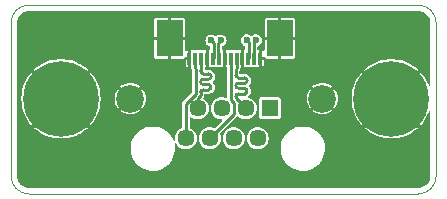
<source format=gbr>
G04 #@! TF.GenerationSoftware,KiCad,Pcbnew,7.0.2-0*
G04 #@! TF.CreationDate,2023-08-07T23:17:52+03:00*
G04 #@! TF.ProjectId,RJ45_Module,524a3435-5f4d-46f6-9475-6c652e6b6963,1.0*
G04 #@! TF.SameCoordinates,Original*
G04 #@! TF.FileFunction,Copper,L4,Bot*
G04 #@! TF.FilePolarity,Positive*
%FSLAX46Y46*%
G04 Gerber Fmt 4.6, Leading zero omitted, Abs format (unit mm)*
G04 Created by KiCad (PCBNEW 7.0.2-0) date 2023-08-07 23:17:52*
%MOMM*%
%LPD*%
G01*
G04 APERTURE LIST*
G04 #@! TA.AperFunction,ComponentPad*
%ADD10R,1.446000X1.446000*%
G04 #@! TD*
G04 #@! TA.AperFunction,ComponentPad*
%ADD11C,1.446000*%
G04 #@! TD*
G04 #@! TA.AperFunction,ComponentPad*
%ADD12C,2.355000*%
G04 #@! TD*
G04 #@! TA.AperFunction,SMDPad,CuDef*
%ADD13R,2.300000X3.100000*%
G04 #@! TD*
G04 #@! TA.AperFunction,SMDPad,CuDef*
%ADD14R,0.300000X1.100000*%
G04 #@! TD*
G04 #@! TA.AperFunction,ComponentPad*
%ADD15C,0.800000*%
G04 #@! TD*
G04 #@! TA.AperFunction,ComponentPad*
%ADD16C,6.400000*%
G04 #@! TD*
G04 #@! TA.AperFunction,ViaPad*
%ADD17C,0.600000*%
G04 #@! TD*
G04 #@! TA.AperFunction,Conductor*
%ADD18C,0.228600*%
G04 #@! TD*
G04 #@! TA.AperFunction,Profile*
%ADD19C,0.050000*%
G04 #@! TD*
G04 APERTURE END LIST*
D10*
X212623600Y-84531200D03*
D11*
X211603600Y-87071200D03*
X210593600Y-84531200D03*
X209573600Y-87071200D03*
X208563600Y-84531200D03*
X207543600Y-87071200D03*
X206533600Y-84531200D03*
X205513600Y-87071200D03*
D12*
X200813600Y-83721200D03*
X217073600Y-83721200D03*
D13*
X204142355Y-78630000D03*
X213482355Y-78630000D03*
D14*
X211812355Y-80330000D03*
X211312355Y-80330000D03*
X210812355Y-80330000D03*
X210312355Y-80330000D03*
X209812355Y-80330000D03*
X209312355Y-80330000D03*
X208812355Y-80330000D03*
X208312355Y-80330000D03*
X207812355Y-80330000D03*
X207312355Y-80330000D03*
X206812355Y-80330000D03*
X206312355Y-80330000D03*
X205812355Y-80330000D03*
D15*
X220505000Y-83730000D03*
X221207944Y-85427056D03*
X221207944Y-82032944D03*
X222905000Y-86130000D03*
D16*
X222905000Y-83730000D03*
D15*
X225305000Y-83730000D03*
X224602056Y-82032944D03*
X224602056Y-85427056D03*
X222905000Y-81330000D03*
X194942000Y-81330000D03*
X196639056Y-85427056D03*
X196639056Y-82032944D03*
X197342000Y-83730000D03*
D16*
X194942000Y-83730000D03*
D15*
X194942000Y-86130000D03*
X193244944Y-82032944D03*
X193244944Y-85427056D03*
X192542000Y-83730000D03*
D17*
X206545000Y-85930000D03*
X210555000Y-85950000D03*
X209873956Y-78781118D03*
X211956142Y-78158858D03*
X206873953Y-78799958D03*
X209250265Y-78772087D03*
X207673455Y-78800155D03*
X208451255Y-78800155D03*
X211451255Y-78778772D03*
X210673455Y-78778772D03*
D18*
X206990555Y-82974955D02*
G75*
G03*
X206765555Y-83200000I45J-225045D01*
G01*
X206765600Y-82300000D02*
G75*
G03*
X206990555Y-82525000I225000J0D01*
G01*
X207432252Y-81625000D02*
X206990555Y-81625000D01*
X207432252Y-82074952D02*
G75*
G03*
X207657252Y-81850000I48J224952D01*
G01*
X206533600Y-83660215D02*
X206765555Y-83428260D01*
X207432249Y-82975049D02*
G75*
G03*
X207657249Y-82750000I-49J225049D01*
G01*
X206990555Y-82074955D02*
G75*
G03*
X206765555Y-82300000I45J-225045D01*
G01*
X207657200Y-82750000D02*
G75*
G03*
X207432249Y-82525000I-225000J0D01*
G01*
X206765600Y-81400000D02*
G75*
G03*
X206990555Y-81625000I225000J0D01*
G01*
X206533600Y-84531200D02*
X206533600Y-83660215D01*
X207657300Y-81850000D02*
G75*
G03*
X207432252Y-81625000I-225000J0D01*
G01*
X206765555Y-83428260D02*
X206765555Y-83200000D01*
X207432249Y-82525000D02*
X206990555Y-82525000D01*
X206990555Y-82975000D02*
X207432249Y-82975000D01*
X206990555Y-82075000D02*
X207432252Y-82075000D01*
X206765555Y-81400000D02*
X206765555Y-81201801D01*
X206812355Y-81155001D02*
X206812355Y-80330000D01*
X206765555Y-81201801D02*
X206812355Y-81155001D01*
X206312355Y-80330000D02*
X206312355Y-81155001D01*
X206312355Y-81155001D02*
X206359155Y-81201801D01*
X206359155Y-81201801D02*
X206359155Y-83295845D01*
X205513600Y-84141400D02*
X205513600Y-87071200D01*
X206359155Y-83295845D02*
X205513600Y-84141400D01*
X208312355Y-80330000D02*
X208265556Y-80283201D01*
X207859154Y-80283201D02*
X207859154Y-78985854D01*
X208265556Y-78985854D02*
X208451255Y-78800155D01*
X207859154Y-78985854D02*
X207673455Y-78800155D01*
X208265556Y-80283201D02*
X208265556Y-78985854D01*
X208312355Y-80330000D02*
X208265557Y-80283202D01*
X207812355Y-80330000D02*
X207859154Y-80283201D01*
X210859154Y-80283201D02*
X210859154Y-78964471D01*
X210859154Y-78964471D02*
X210673455Y-78778772D01*
X211265556Y-80283201D02*
X211265556Y-78964471D01*
X211312355Y-80330000D02*
X211265556Y-80283201D01*
X211265556Y-78964471D02*
X211451255Y-78778772D01*
X210812355Y-80330000D02*
X210859154Y-80283201D01*
X210485021Y-82405021D02*
G75*
G03*
X210710021Y-82180000I-21J225021D01*
G01*
X209965155Y-82404955D02*
G75*
G03*
X209740155Y-82630000I45J-225045D01*
G01*
X209740200Y-81730000D02*
G75*
G03*
X209965155Y-81955000I225000J0D01*
G01*
X209740155Y-83530000D02*
X209740155Y-83677755D01*
X209740200Y-82630000D02*
G75*
G03*
X209965155Y-82855000I225000J0D01*
G01*
X210710000Y-82180000D02*
G75*
G03*
X210485021Y-81955000I-225000J0D01*
G01*
X209965155Y-81955000D02*
X210485021Y-81955000D01*
X209965155Y-83304955D02*
G75*
G03*
X209740155Y-83530000I45J-225045D01*
G01*
X209740155Y-81227201D02*
X209740155Y-81730000D01*
X210710000Y-83080000D02*
G75*
G03*
X210484997Y-82855000I-225000J0D01*
G01*
X210484997Y-83304997D02*
G75*
G03*
X210709997Y-83080000I3J224997D01*
G01*
X209812355Y-81155001D02*
X209740155Y-81227201D01*
X209812355Y-80330000D02*
X209812355Y-81155001D01*
X210485021Y-82405000D02*
X209965155Y-82405000D01*
X209965155Y-82855000D02*
X210484997Y-82855000D01*
X210484997Y-83305000D02*
X209965155Y-83305000D01*
X209740155Y-83677755D02*
X210593600Y-84531200D01*
X207543600Y-87071200D02*
X209575000Y-85039800D01*
X209312355Y-81155001D02*
X209312355Y-80330000D01*
X209359155Y-83854155D02*
X209359155Y-81201801D01*
X209359155Y-81201801D02*
X209312355Y-81155001D01*
X209575000Y-84070000D02*
X209359155Y-83854155D01*
X209575000Y-85039800D02*
X209575000Y-84070000D01*
G04 #@! TA.AperFunction,Conductor*
G36*
X193807130Y-84864870D02*
G01*
X193903999Y-84947604D01*
X193487349Y-85364254D01*
X193480439Y-85329511D01*
X193425184Y-85246816D01*
X193342489Y-85191561D01*
X193307743Y-85184649D01*
X193724394Y-84767998D01*
X193807130Y-84864870D01*
G37*
G04 #@! TD.AperFunction*
G04 #@! TA.AperFunction,Conductor*
G36*
X196576254Y-85184649D02*
G01*
X196541511Y-85191561D01*
X196458816Y-85246816D01*
X196403561Y-85329511D01*
X196396650Y-85364254D01*
X195980000Y-84947604D01*
X196076870Y-84864870D01*
X196159604Y-84767999D01*
X196576254Y-85184649D01*
G37*
G04 #@! TD.AperFunction*
G04 #@! TA.AperFunction,Conductor*
G36*
X193904000Y-82512395D02*
G01*
X193807130Y-82595130D01*
X193724395Y-82692000D01*
X193307744Y-82275350D01*
X193342489Y-82268439D01*
X193425184Y-82213184D01*
X193480439Y-82130489D01*
X193487350Y-82095744D01*
X193904000Y-82512395D01*
G37*
G04 #@! TD.AperFunction*
G04 #@! TA.AperFunction,Conductor*
G36*
X196403561Y-82130489D02*
G01*
X196458816Y-82213184D01*
X196541511Y-82268439D01*
X196576253Y-82275349D01*
X196159603Y-82691999D01*
X196076870Y-82595130D01*
X195979999Y-82512395D01*
X196396649Y-82095744D01*
X196403561Y-82130489D01*
G37*
G04 #@! TD.AperFunction*
G04 #@! TA.AperFunction,Conductor*
G36*
X225191269Y-76296786D02*
G01*
X225359177Y-76311475D01*
X225372078Y-76313750D01*
X225531712Y-76356524D01*
X225544017Y-76361004D01*
X225676250Y-76422665D01*
X225693786Y-76430842D01*
X225705138Y-76437396D01*
X225840505Y-76532181D01*
X225850546Y-76540607D01*
X225967392Y-76657453D01*
X225975818Y-76667494D01*
X226070603Y-76802861D01*
X226077157Y-76814213D01*
X226146993Y-76963976D01*
X226151477Y-76976294D01*
X226194248Y-77135917D01*
X226196524Y-77148826D01*
X226211213Y-77316729D01*
X226211499Y-77323283D01*
X226211499Y-82579622D01*
X226193906Y-82627960D01*
X226149357Y-82653680D01*
X226098699Y-82644747D01*
X226066440Y-82607456D01*
X225952783Y-82322199D01*
X225951065Y-82318485D01*
X225782700Y-82000916D01*
X225780604Y-81997434D01*
X225578883Y-81699916D01*
X225576427Y-81696686D01*
X225365840Y-81448763D01*
X224844461Y-81970141D01*
X224837551Y-81935399D01*
X224782296Y-81852704D01*
X224699601Y-81797449D01*
X224664856Y-81790537D01*
X225184138Y-81271256D01*
X225184137Y-81271254D01*
X225079977Y-81172587D01*
X225076858Y-81169937D01*
X224790717Y-80952419D01*
X224787337Y-80950127D01*
X224479333Y-80764807D01*
X224475761Y-80762913D01*
X224149522Y-80611979D01*
X224145742Y-80610473D01*
X223805099Y-80495697D01*
X223801198Y-80494614D01*
X223450148Y-80417342D01*
X223446123Y-80416683D01*
X223088796Y-80377821D01*
X223084717Y-80377600D01*
X222725283Y-80377600D01*
X222721203Y-80377821D01*
X222363876Y-80416683D01*
X222359851Y-80417342D01*
X222008801Y-80494614D01*
X222004900Y-80495697D01*
X221664257Y-80610473D01*
X221660477Y-80611979D01*
X221334238Y-80762913D01*
X221330666Y-80764807D01*
X221022662Y-80950127D01*
X221019282Y-80952419D01*
X220733141Y-81169937D01*
X220730032Y-81172578D01*
X220625861Y-81271255D01*
X220625860Y-81271255D01*
X221145142Y-81790537D01*
X221110399Y-81797449D01*
X221027704Y-81852704D01*
X220972449Y-81935399D01*
X220965537Y-81970143D01*
X220444157Y-81448763D01*
X220233572Y-81696686D01*
X220231116Y-81699916D01*
X220029395Y-81997434D01*
X220027299Y-82000916D01*
X219858934Y-82318485D01*
X219857216Y-82322199D01*
X219724175Y-82656106D01*
X219722875Y-82659964D01*
X219626715Y-83006301D01*
X219625836Y-83010299D01*
X219567688Y-83364987D01*
X219567246Y-83369048D01*
X219547786Y-83727971D01*
X219547786Y-83732028D01*
X219567246Y-84090951D01*
X219567688Y-84095012D01*
X219625836Y-84449700D01*
X219626715Y-84453698D01*
X219722875Y-84800035D01*
X219724175Y-84803893D01*
X219857216Y-85137800D01*
X219858934Y-85141514D01*
X220027299Y-85459083D01*
X220029395Y-85462565D01*
X220231116Y-85760083D01*
X220233572Y-85763313D01*
X220444158Y-86011235D01*
X220965537Y-85489855D01*
X220972449Y-85524601D01*
X221027704Y-85607296D01*
X221110399Y-85662551D01*
X221145141Y-85669461D01*
X220625860Y-86188743D01*
X220625861Y-86188744D01*
X220730022Y-86287412D01*
X220733141Y-86290062D01*
X221019282Y-86507580D01*
X221022662Y-86509872D01*
X221330666Y-86695192D01*
X221334238Y-86697086D01*
X221660477Y-86848020D01*
X221664257Y-86849526D01*
X222004900Y-86964302D01*
X222008801Y-86965385D01*
X222359851Y-87042657D01*
X222363876Y-87043316D01*
X222721203Y-87082178D01*
X222725283Y-87082400D01*
X223084717Y-87082400D01*
X223088796Y-87082178D01*
X223446123Y-87043316D01*
X223450148Y-87042657D01*
X223801198Y-86965385D01*
X223805099Y-86964302D01*
X224145742Y-86849526D01*
X224149522Y-86848020D01*
X224475761Y-86697086D01*
X224479333Y-86695192D01*
X224787337Y-86509872D01*
X224790717Y-86507580D01*
X225076859Y-86290061D01*
X225079967Y-86287421D01*
X225184137Y-86188743D01*
X225184138Y-86188742D01*
X224664857Y-85669461D01*
X224699601Y-85662551D01*
X224782296Y-85607296D01*
X224837551Y-85524601D01*
X224844462Y-85489857D01*
X225365840Y-86011235D01*
X225365841Y-86011235D01*
X225576427Y-85763312D01*
X225578883Y-85760083D01*
X225780604Y-85462565D01*
X225782700Y-85459083D01*
X225951065Y-85141514D01*
X225952783Y-85137800D01*
X226066439Y-84852544D01*
X226100674Y-84814151D01*
X226151578Y-84806747D01*
X226195333Y-84833795D01*
X226211498Y-84880378D01*
X226211498Y-90237235D01*
X226211500Y-90237258D01*
X226211500Y-90268715D01*
X226211214Y-90275269D01*
X226196524Y-90443173D01*
X226194248Y-90456082D01*
X226151477Y-90615705D01*
X226146993Y-90628023D01*
X226077157Y-90777786D01*
X226070603Y-90789138D01*
X225975818Y-90924505D01*
X225967392Y-90934546D01*
X225850546Y-91051392D01*
X225840505Y-91059818D01*
X225705138Y-91154603D01*
X225693786Y-91161157D01*
X225544023Y-91230993D01*
X225531705Y-91235477D01*
X225372082Y-91278248D01*
X225359173Y-91280524D01*
X225191269Y-91295214D01*
X225184715Y-91295500D01*
X192236285Y-91295500D01*
X192229731Y-91295214D01*
X192061826Y-91280524D01*
X192048917Y-91278248D01*
X191889294Y-91235477D01*
X191876976Y-91230993D01*
X191727213Y-91161157D01*
X191715861Y-91154603D01*
X191580494Y-91059818D01*
X191570453Y-91051392D01*
X191453607Y-90934546D01*
X191445181Y-90924505D01*
X191350396Y-90789138D01*
X191343842Y-90777786D01*
X191337591Y-90764381D01*
X191274004Y-90628017D01*
X191269524Y-90615712D01*
X191226750Y-90456078D01*
X191224475Y-90443173D01*
X191209786Y-90275269D01*
X191209500Y-90268715D01*
X191209500Y-90206107D01*
X191209500Y-88029880D01*
X200844337Y-88029880D01*
X200874363Y-88302770D01*
X200943804Y-88568384D01*
X201051177Y-88821052D01*
X201194196Y-89055398D01*
X201369806Y-89266416D01*
X201574274Y-89449621D01*
X201574276Y-89449622D01*
X201574277Y-89449623D01*
X201803241Y-89601104D01*
X202051821Y-89717633D01*
X202314719Y-89796727D01*
X202586331Y-89836700D01*
X202586333Y-89836700D01*
X202790760Y-89836700D01*
X202792147Y-89836700D01*
X202868481Y-89831112D01*
X202997401Y-89821678D01*
X203023730Y-89815812D01*
X203265375Y-89761984D01*
X203521798Y-89663911D01*
X203761209Y-89529547D01*
X203978504Y-89361757D01*
X204169054Y-89164116D01*
X204328796Y-88940837D01*
X204454327Y-88696679D01*
X204542970Y-88436846D01*
X204592836Y-88166874D01*
X204597842Y-88029880D01*
X213544337Y-88029880D01*
X213574363Y-88302770D01*
X213643804Y-88568384D01*
X213751177Y-88821052D01*
X213894196Y-89055398D01*
X214069806Y-89266416D01*
X214274274Y-89449621D01*
X214274276Y-89449622D01*
X214274277Y-89449623D01*
X214503241Y-89601104D01*
X214751821Y-89717633D01*
X215014719Y-89796727D01*
X215286331Y-89836700D01*
X215286333Y-89836700D01*
X215490760Y-89836700D01*
X215492147Y-89836700D01*
X215568481Y-89831112D01*
X215697401Y-89821678D01*
X215723730Y-89815812D01*
X215965375Y-89761984D01*
X216221798Y-89663911D01*
X216461209Y-89529547D01*
X216678504Y-89361757D01*
X216869054Y-89164116D01*
X217028796Y-88940837D01*
X217154327Y-88696679D01*
X217242970Y-88436846D01*
X217292836Y-88166874D01*
X217302862Y-87892520D01*
X217272836Y-87619629D01*
X217203396Y-87354018D01*
X217096023Y-87101348D01*
X216953005Y-86867004D01*
X216938460Y-86849526D01*
X216777393Y-86655983D01*
X216572925Y-86472778D01*
X216343958Y-86321295D01*
X216095380Y-86204767D01*
X215911835Y-86149547D01*
X215832481Y-86125673D01*
X215560869Y-86085700D01*
X215355053Y-86085700D01*
X215353681Y-86085800D01*
X215353664Y-86085801D01*
X215149798Y-86100721D01*
X214881824Y-86160416D01*
X214625400Y-86258489D01*
X214385993Y-86392851D01*
X214168694Y-86560644D01*
X213978145Y-86758284D01*
X213818403Y-86981563D01*
X213692873Y-87225719D01*
X213604230Y-87485554D01*
X213554364Y-87755523D01*
X213544337Y-88029880D01*
X204597842Y-88029880D01*
X204602862Y-87892520D01*
X204572836Y-87619629D01*
X204558959Y-87566549D01*
X204563754Y-87515334D01*
X204600348Y-87479183D01*
X204651619Y-87475011D01*
X204693576Y-87504772D01*
X204696839Y-87509929D01*
X204759754Y-87618901D01*
X204890101Y-87763666D01*
X205047697Y-87878167D01*
X205225656Y-87957399D01*
X205416200Y-87997900D01*
X205416201Y-87997900D01*
X205610999Y-87997900D01*
X205611000Y-87997900D01*
X205801544Y-87957399D01*
X205979503Y-87878167D01*
X206137099Y-87763666D01*
X206267446Y-87618901D01*
X206364846Y-87450199D01*
X206422589Y-87272487D01*
X206425043Y-87264934D01*
X206429164Y-87225721D01*
X206445405Y-87071200D01*
X206445405Y-87071199D01*
X206611795Y-87071199D01*
X206632156Y-87264934D01*
X206692353Y-87450197D01*
X206692354Y-87450199D01*
X206789754Y-87618901D01*
X206920101Y-87763666D01*
X207077697Y-87878167D01*
X207255656Y-87957399D01*
X207446200Y-87997900D01*
X207446201Y-87997900D01*
X207640999Y-87997900D01*
X207641000Y-87997900D01*
X207831544Y-87957399D01*
X208009503Y-87878167D01*
X208167099Y-87763666D01*
X208297446Y-87618901D01*
X208394846Y-87450199D01*
X208452589Y-87272487D01*
X208455043Y-87264934D01*
X208459164Y-87225721D01*
X208475405Y-87071200D01*
X208641795Y-87071200D01*
X208662156Y-87264934D01*
X208722353Y-87450197D01*
X208722354Y-87450199D01*
X208819754Y-87618901D01*
X208950101Y-87763666D01*
X209107697Y-87878167D01*
X209285656Y-87957399D01*
X209476200Y-87997900D01*
X209476201Y-87997900D01*
X209670999Y-87997900D01*
X209671000Y-87997900D01*
X209861544Y-87957399D01*
X210039503Y-87878167D01*
X210197099Y-87763666D01*
X210327446Y-87618901D01*
X210424846Y-87450199D01*
X210482589Y-87272487D01*
X210485043Y-87264934D01*
X210489164Y-87225721D01*
X210505405Y-87071200D01*
X210671795Y-87071200D01*
X210692156Y-87264934D01*
X210752353Y-87450197D01*
X210752354Y-87450199D01*
X210849754Y-87618901D01*
X210980101Y-87763666D01*
X211137697Y-87878167D01*
X211315656Y-87957399D01*
X211506200Y-87997900D01*
X211506201Y-87997900D01*
X211700999Y-87997900D01*
X211701000Y-87997900D01*
X211891544Y-87957399D01*
X212069503Y-87878167D01*
X212227099Y-87763666D01*
X212357446Y-87618901D01*
X212454846Y-87450199D01*
X212512589Y-87272487D01*
X212515043Y-87264934D01*
X212519164Y-87225721D01*
X212535405Y-87071200D01*
X212515043Y-86877467D01*
X212515043Y-86877465D01*
X212454846Y-86692202D01*
X212454846Y-86692201D01*
X212357446Y-86523499D01*
X212227099Y-86378734D01*
X212132826Y-86310240D01*
X212069502Y-86264232D01*
X211891544Y-86185001D01*
X211879829Y-86182511D01*
X211701000Y-86144500D01*
X211506200Y-86144500D01*
X211410927Y-86164750D01*
X211315655Y-86185001D01*
X211137698Y-86264232D01*
X210980099Y-86378735D01*
X210849754Y-86523498D01*
X210752353Y-86692202D01*
X210692156Y-86877465D01*
X210671795Y-87071200D01*
X210505405Y-87071200D01*
X210485043Y-86877467D01*
X210485043Y-86877465D01*
X210424846Y-86692202D01*
X210424846Y-86692201D01*
X210327446Y-86523499D01*
X210197099Y-86378734D01*
X210102826Y-86310240D01*
X210039502Y-86264232D01*
X209861544Y-86185001D01*
X209849829Y-86182511D01*
X209671000Y-86144500D01*
X209476200Y-86144500D01*
X209380928Y-86164750D01*
X209285655Y-86185001D01*
X209107698Y-86264232D01*
X208950099Y-86378735D01*
X208819754Y-86523498D01*
X208722353Y-86692202D01*
X208662156Y-86877465D01*
X208641795Y-87071200D01*
X208475405Y-87071200D01*
X208455043Y-86877467D01*
X208455043Y-86877465D01*
X208403562Y-86719023D01*
X208405357Y-86667615D01*
X208421905Y-86642613D01*
X209787718Y-85276799D01*
X209792531Y-85272388D01*
X209822360Y-85247360D01*
X209836663Y-85222584D01*
X209876067Y-85189519D01*
X209927506Y-85189517D01*
X209957673Y-85209864D01*
X209970099Y-85223664D01*
X209970101Y-85223666D01*
X210127697Y-85338167D01*
X210305656Y-85417399D01*
X210496200Y-85457900D01*
X210496201Y-85457900D01*
X210690999Y-85457900D01*
X210691000Y-85457900D01*
X210881544Y-85417399D01*
X211059503Y-85338167D01*
X211147457Y-85274264D01*
X211696900Y-85274264D01*
X211708718Y-85333679D01*
X211708719Y-85333680D01*
X211753740Y-85401060D01*
X211821120Y-85446081D01*
X211880536Y-85457900D01*
X213366664Y-85457900D01*
X213426080Y-85446081D01*
X213493460Y-85401060D01*
X213538481Y-85333680D01*
X213550300Y-85274264D01*
X213550300Y-83788136D01*
X213538481Y-83728720D01*
X213533456Y-83721200D01*
X215738620Y-83721200D01*
X215758901Y-83953015D01*
X215819130Y-84177793D01*
X215917472Y-84388690D01*
X216044742Y-84570450D01*
X216044743Y-84570451D01*
X216434940Y-84180253D01*
X216455979Y-84213736D01*
X216581064Y-84338821D01*
X216614544Y-84359858D01*
X216224347Y-84750055D01*
X216224348Y-84750056D01*
X216406109Y-84877327D01*
X216617006Y-84975669D01*
X216841784Y-85035898D01*
X217073600Y-85056179D01*
X217305415Y-85035898D01*
X217530193Y-84975669D01*
X217741089Y-84877327D01*
X217922850Y-84750056D01*
X217922851Y-84750055D01*
X217532654Y-84359858D01*
X217566136Y-84338821D01*
X217691221Y-84213736D01*
X217712258Y-84180254D01*
X218102455Y-84570451D01*
X218102456Y-84570450D01*
X218229727Y-84388689D01*
X218328069Y-84177793D01*
X218388298Y-83953015D01*
X218408579Y-83721199D01*
X218388298Y-83489384D01*
X218328069Y-83264606D01*
X218229727Y-83053709D01*
X218102456Y-82871948D01*
X218102455Y-82871947D01*
X217712258Y-83262144D01*
X217691221Y-83228664D01*
X217566136Y-83103579D01*
X217532654Y-83082540D01*
X217922851Y-82692343D01*
X217922850Y-82692342D01*
X217741090Y-82565072D01*
X217530193Y-82466730D01*
X217305415Y-82406501D01*
X217073599Y-82386220D01*
X216841784Y-82406501D01*
X216617006Y-82466730D01*
X216406110Y-82565072D01*
X216224348Y-82692342D01*
X216224347Y-82692343D01*
X216614545Y-83082541D01*
X216581064Y-83103579D01*
X216455979Y-83228664D01*
X216434941Y-83262145D01*
X216044743Y-82871947D01*
X216044742Y-82871948D01*
X215917472Y-83053710D01*
X215819130Y-83264606D01*
X215758901Y-83489384D01*
X215738620Y-83721200D01*
X213533456Y-83721200D01*
X213493460Y-83661340D01*
X213426080Y-83616319D01*
X213426079Y-83616318D01*
X213366664Y-83604500D01*
X211880536Y-83604500D01*
X211821120Y-83616318D01*
X211753740Y-83661340D01*
X211708718Y-83728720D01*
X211696900Y-83788135D01*
X211696900Y-85274264D01*
X211147457Y-85274264D01*
X211217099Y-85223666D01*
X211347446Y-85078901D01*
X211444846Y-84910199D01*
X211496880Y-84750056D01*
X211505043Y-84724934D01*
X211510463Y-84673365D01*
X211525405Y-84531200D01*
X211508579Y-84371115D01*
X211505043Y-84337465D01*
X211444846Y-84152202D01*
X211444846Y-84152201D01*
X211347446Y-83983499D01*
X211217099Y-83838734D01*
X211067441Y-83730000D01*
X211059502Y-83724232D01*
X210965369Y-83682322D01*
X210881544Y-83645001D01*
X210852391Y-83638804D01*
X210808769Y-83611545D01*
X210792874Y-83562623D01*
X210812144Y-83514929D01*
X210821132Y-83506462D01*
X210871384Y-83466389D01*
X210947677Y-83370722D01*
X211000768Y-83260477D01*
X211027997Y-83141182D01*
X211027997Y-83111151D01*
X211028000Y-83111142D01*
X211028000Y-83018820D01*
X211028000Y-83018818D01*
X211000771Y-82899522D01*
X210947679Y-82789276D01*
X210871386Y-82693609D01*
X210871384Y-82693608D01*
X210871384Y-82693607D01*
X210865362Y-82688805D01*
X210838539Y-82644912D01*
X210846205Y-82594047D01*
X210865361Y-82571218D01*
X210871421Y-82566385D01*
X210947708Y-82470717D01*
X211000795Y-82360473D01*
X211028021Y-82241180D01*
X211028021Y-82180000D01*
X211028021Y-82129634D01*
X211028021Y-82118910D01*
X211008400Y-82032944D01*
X211000775Y-81999534D01*
X210947690Y-81889294D01*
X210871407Y-81793629D01*
X210871405Y-81793627D01*
X210871404Y-81793626D01*
X210775753Y-81717339D01*
X210739580Y-81699916D01*
X210665514Y-81664241D01*
X210546228Y-81637005D01*
X210546227Y-81637005D01*
X210519075Y-81637002D01*
X210519045Y-81637000D01*
X210512844Y-81637000D01*
X210485051Y-81637000D01*
X210434684Y-81636995D01*
X210434683Y-81636995D01*
X210422502Y-81636994D01*
X210422466Y-81637000D01*
X210133355Y-81637000D01*
X210085017Y-81619407D01*
X210059297Y-81574858D01*
X210058155Y-81561800D01*
X210058155Y-81385412D01*
X210068228Y-81347815D01*
X210079178Y-81328848D01*
X210082674Y-81323361D01*
X210105007Y-81291467D01*
X210106124Y-81287299D01*
X210113636Y-81269166D01*
X210115787Y-81265441D01*
X210122543Y-81227117D01*
X210123959Y-81220729D01*
X210134032Y-81183144D01*
X210130641Y-81144383D01*
X210130355Y-81137829D01*
X210130355Y-81107600D01*
X210147948Y-81059262D01*
X210172899Y-81044856D01*
X210185355Y-81032400D01*
X210185355Y-79627600D01*
X210147343Y-79627600D01*
X210142118Y-79628639D01*
X210091277Y-79620811D01*
X210085673Y-79617410D01*
X210041834Y-79588118D01*
X209982419Y-79576300D01*
X209642291Y-79576300D01*
X209577026Y-79589282D01*
X209547684Y-79589282D01*
X209482419Y-79576300D01*
X209142291Y-79576300D01*
X209082874Y-79588118D01*
X209039036Y-79617410D01*
X208989070Y-79629636D01*
X208982590Y-79628639D01*
X208977366Y-79627600D01*
X208939355Y-79627600D01*
X208939355Y-81032401D01*
X208950912Y-81043958D01*
X208967493Y-81049993D01*
X208993213Y-81094542D01*
X208994355Y-81107600D01*
X208994355Y-81137830D01*
X208994069Y-81144383D01*
X208990678Y-81183144D01*
X209000749Y-81220731D01*
X209002168Y-81227134D01*
X209008922Y-81265439D01*
X209008922Y-81265440D01*
X209008923Y-81265441D01*
X209011073Y-81269166D01*
X209011076Y-81269170D01*
X209018585Y-81287299D01*
X209019701Y-81291466D01*
X209027554Y-81302680D01*
X209041155Y-81345814D01*
X209041155Y-83613623D01*
X209023562Y-83661961D01*
X208979013Y-83687681D01*
X208935369Y-83682322D01*
X208851545Y-83645001D01*
X208748036Y-83623000D01*
X208661000Y-83604500D01*
X208466200Y-83604500D01*
X208379164Y-83623000D01*
X208275655Y-83645001D01*
X208097698Y-83724232D01*
X207940099Y-83838735D01*
X207809754Y-83983498D01*
X207712353Y-84152202D01*
X207652156Y-84337465D01*
X207631795Y-84531200D01*
X207652156Y-84724934D01*
X207712353Y-84910197D01*
X207809754Y-85078901D01*
X207939127Y-85222585D01*
X207940101Y-85223666D01*
X208097697Y-85338167D01*
X208275656Y-85417399D01*
X208466200Y-85457900D01*
X208466201Y-85457900D01*
X208525632Y-85457900D01*
X208573970Y-85475493D01*
X208599690Y-85520042D01*
X208590757Y-85570700D01*
X208578809Y-85586269D01*
X208079379Y-86085700D01*
X207970865Y-86194214D01*
X207924245Y-86215953D01*
X207887105Y-86209738D01*
X207831545Y-86185001D01*
X207736272Y-86164750D01*
X207641000Y-86144500D01*
X207446200Y-86144500D01*
X207350928Y-86164750D01*
X207255655Y-86185001D01*
X207077698Y-86264232D01*
X206920099Y-86378735D01*
X206789754Y-86523498D01*
X206692353Y-86692202D01*
X206632156Y-86877465D01*
X206611795Y-87071199D01*
X206445405Y-87071199D01*
X206425043Y-86877467D01*
X206425043Y-86877465D01*
X206364846Y-86692202D01*
X206364846Y-86692201D01*
X206267446Y-86523499D01*
X206137099Y-86378734D01*
X205979503Y-86264233D01*
X205876211Y-86218244D01*
X205839210Y-86182511D01*
X205831599Y-86149550D01*
X205831599Y-85314218D01*
X205849192Y-85265881D01*
X205893741Y-85240161D01*
X205944399Y-85249094D01*
X205950990Y-85253374D01*
X206067697Y-85338167D01*
X206245656Y-85417399D01*
X206436200Y-85457900D01*
X206436201Y-85457900D01*
X206630999Y-85457900D01*
X206631000Y-85457900D01*
X206821544Y-85417399D01*
X206999503Y-85338167D01*
X207157099Y-85223666D01*
X207287446Y-85078901D01*
X207384846Y-84910199D01*
X207436880Y-84750056D01*
X207445043Y-84724934D01*
X207450463Y-84673365D01*
X207465405Y-84531200D01*
X207448915Y-84374316D01*
X207445043Y-84337465D01*
X207384846Y-84152202D01*
X207384846Y-84152201D01*
X207287446Y-83983499D01*
X207157099Y-83838734D01*
X207027768Y-83744769D01*
X206999005Y-83702124D01*
X207004382Y-83650966D01*
X207006845Y-83646334D01*
X207014858Y-83632455D01*
X207032375Y-83602113D01*
X207035874Y-83596620D01*
X207058207Y-83564726D01*
X207059322Y-83560560D01*
X207066836Y-83542425D01*
X207067315Y-83541595D01*
X207068987Y-83538700D01*
X207075743Y-83500376D01*
X207077159Y-83493988D01*
X207087232Y-83456403D01*
X207083841Y-83417642D01*
X207083555Y-83411088D01*
X207083555Y-83368200D01*
X207101148Y-83319862D01*
X207145697Y-83294142D01*
X207158755Y-83293000D01*
X207370055Y-83293000D01*
X207370143Y-83293013D01*
X207381951Y-83293010D01*
X207381952Y-83293011D01*
X207393615Y-83293008D01*
X207401114Y-83293007D01*
X207401248Y-83293055D01*
X207432318Y-83293048D01*
X207432318Y-83293049D01*
X207493497Y-83293036D01*
X207612781Y-83265787D01*
X207723012Y-83212681D01*
X207818665Y-83136381D01*
X207894945Y-83040712D01*
X207948027Y-82930468D01*
X207975250Y-82811178D01*
X207975249Y-82750000D01*
X207975249Y-82699634D01*
X207975249Y-82689037D01*
X207968614Y-82659964D01*
X207947980Y-82569548D01*
X207894903Y-82459315D01*
X207894902Y-82459314D01*
X207894902Y-82459313D01*
X207818630Y-82363651D01*
X207812550Y-82358801D01*
X207785735Y-82314903D01*
X207793410Y-82264039D01*
X207812567Y-82241215D01*
X207818613Y-82236396D01*
X207894918Y-82140731D01*
X207948018Y-82030484D01*
X207975251Y-81911184D01*
X207975251Y-81909126D01*
X207975252Y-81909117D01*
X207975252Y-81881197D01*
X207975300Y-81881062D01*
X207975299Y-81788809D01*
X207948064Y-81669501D01*
X207948064Y-81669500D01*
X207894958Y-81559243D01*
X207818647Y-81463570D01*
X207722958Y-81387280D01*
X207612690Y-81334198D01*
X207522011Y-81313518D01*
X207493371Y-81306987D01*
X207432184Y-81307000D01*
X207198847Y-81307000D01*
X207150509Y-81289407D01*
X207124789Y-81244858D01*
X207126210Y-81212335D01*
X207134032Y-81183144D01*
X207130641Y-81144383D01*
X207130355Y-81137829D01*
X207130355Y-81107600D01*
X207147948Y-81059262D01*
X207172899Y-81044856D01*
X207185355Y-81032400D01*
X207185355Y-79627600D01*
X207147343Y-79627600D01*
X207142118Y-79628639D01*
X207091277Y-79620811D01*
X207085673Y-79617410D01*
X207041834Y-79588118D01*
X206982419Y-79576300D01*
X206642291Y-79576300D01*
X206577026Y-79589282D01*
X206547684Y-79589282D01*
X206482419Y-79576300D01*
X206142291Y-79576300D01*
X206082874Y-79588118D01*
X206039036Y-79617410D01*
X205989070Y-79629636D01*
X205982590Y-79628639D01*
X205977366Y-79627600D01*
X205939355Y-79627600D01*
X205939355Y-81032400D01*
X205950912Y-81043958D01*
X205967493Y-81049993D01*
X205993213Y-81094542D01*
X205994355Y-81107600D01*
X205994355Y-81137830D01*
X205994069Y-81144383D01*
X205990678Y-81183144D01*
X206000749Y-81220731D01*
X206002168Y-81227134D01*
X206008922Y-81265439D01*
X206008922Y-81265440D01*
X206008923Y-81265441D01*
X206011073Y-81269166D01*
X206011076Y-81269170D01*
X206018585Y-81287299D01*
X206019701Y-81291466D01*
X206027555Y-81302682D01*
X206041154Y-81345814D01*
X206041154Y-83132976D01*
X206023561Y-83181314D01*
X206019128Y-83186150D01*
X205300888Y-83904390D01*
X205296054Y-83908820D01*
X205266240Y-83933838D01*
X205246789Y-83967527D01*
X205243267Y-83973055D01*
X205220947Y-84004933D01*
X205219831Y-84009099D01*
X205212325Y-84027223D01*
X205210168Y-84030960D01*
X205203413Y-84069266D01*
X205201994Y-84075667D01*
X205191923Y-84113255D01*
X205195314Y-84152016D01*
X205195600Y-84158569D01*
X205195600Y-86149547D01*
X205178007Y-86197885D01*
X205150989Y-86218244D01*
X205085376Y-86247457D01*
X205047697Y-86264233D01*
X204890099Y-86378735D01*
X204759754Y-86523498D01*
X204662353Y-86692202D01*
X204602156Y-86877465D01*
X204581795Y-87071200D01*
X204594527Y-87192340D01*
X204582082Y-87242252D01*
X204540467Y-87272487D01*
X204489152Y-87268899D01*
X204452150Y-87233165D01*
X204450529Y-87229611D01*
X204434690Y-87192340D01*
X204396023Y-87101348D01*
X204253005Y-86867004D01*
X204238460Y-86849526D01*
X204077393Y-86655983D01*
X203872925Y-86472778D01*
X203643958Y-86321295D01*
X203395380Y-86204767D01*
X203211835Y-86149547D01*
X203132481Y-86125673D01*
X202860869Y-86085700D01*
X202655053Y-86085700D01*
X202653681Y-86085800D01*
X202653664Y-86085801D01*
X202449798Y-86100721D01*
X202181824Y-86160416D01*
X201925400Y-86258489D01*
X201685993Y-86392851D01*
X201468694Y-86560644D01*
X201278145Y-86758284D01*
X201118403Y-86981563D01*
X200992873Y-87225719D01*
X200904230Y-87485554D01*
X200854364Y-87755523D01*
X200844337Y-88029880D01*
X191209500Y-88029880D01*
X191209499Y-83732028D01*
X191584786Y-83732028D01*
X191604246Y-84090951D01*
X191604688Y-84095012D01*
X191662836Y-84449700D01*
X191663715Y-84453698D01*
X191759875Y-84800035D01*
X191761175Y-84803893D01*
X191894216Y-85137800D01*
X191895934Y-85141514D01*
X192064299Y-85459083D01*
X192066395Y-85462565D01*
X192268116Y-85760083D01*
X192270572Y-85763313D01*
X192481158Y-86011235D01*
X193002537Y-85489855D01*
X193009449Y-85524601D01*
X193064704Y-85607296D01*
X193147399Y-85662551D01*
X193182142Y-85669461D01*
X192662861Y-86188743D01*
X192662861Y-86188744D01*
X192767022Y-86287412D01*
X192770141Y-86290062D01*
X193056282Y-86507580D01*
X193059662Y-86509872D01*
X193367666Y-86695192D01*
X193371238Y-86697086D01*
X193697477Y-86848020D01*
X193701257Y-86849526D01*
X194041900Y-86964302D01*
X194045801Y-86965385D01*
X194396851Y-87042657D01*
X194400876Y-87043316D01*
X194758203Y-87082178D01*
X194762283Y-87082400D01*
X195121717Y-87082400D01*
X195125796Y-87082178D01*
X195483123Y-87043316D01*
X195487148Y-87042657D01*
X195838198Y-86965385D01*
X195842099Y-86964302D01*
X196182742Y-86849526D01*
X196186522Y-86848020D01*
X196512761Y-86697086D01*
X196516333Y-86695192D01*
X196824337Y-86509872D01*
X196827717Y-86507580D01*
X197113859Y-86290061D01*
X197116967Y-86287421D01*
X197221137Y-86188743D01*
X197221138Y-86188742D01*
X196701857Y-85669461D01*
X196736601Y-85662551D01*
X196819296Y-85607296D01*
X196874551Y-85524601D01*
X196881462Y-85489857D01*
X197402840Y-86011235D01*
X197402841Y-86011235D01*
X197613427Y-85763312D01*
X197615883Y-85760083D01*
X197817604Y-85462565D01*
X197819700Y-85459083D01*
X197988065Y-85141514D01*
X197989783Y-85137800D01*
X198122824Y-84803893D01*
X198124124Y-84800035D01*
X198220284Y-84453698D01*
X198221163Y-84449700D01*
X198279311Y-84095012D01*
X198279753Y-84090951D01*
X198299214Y-83732028D01*
X198299214Y-83727971D01*
X198298847Y-83721200D01*
X199478620Y-83721200D01*
X199498901Y-83953015D01*
X199559130Y-84177793D01*
X199657472Y-84388690D01*
X199784742Y-84570450D01*
X199784743Y-84570451D01*
X200174940Y-84180253D01*
X200195979Y-84213736D01*
X200321064Y-84338821D01*
X200354544Y-84359858D01*
X199964347Y-84750055D01*
X199964348Y-84750056D01*
X200146109Y-84877327D01*
X200357006Y-84975669D01*
X200581784Y-85035898D01*
X200813599Y-85056179D01*
X201045415Y-85035898D01*
X201270193Y-84975669D01*
X201481089Y-84877327D01*
X201662850Y-84750056D01*
X201662851Y-84750055D01*
X201272654Y-84359858D01*
X201306136Y-84338821D01*
X201431221Y-84213736D01*
X201452258Y-84180254D01*
X201842455Y-84570451D01*
X201842456Y-84570450D01*
X201969727Y-84388689D01*
X202068069Y-84177793D01*
X202128298Y-83953015D01*
X202148579Y-83721199D01*
X202128298Y-83489384D01*
X202068069Y-83264606D01*
X201969727Y-83053709D01*
X201842456Y-82871948D01*
X201842455Y-82871947D01*
X201452258Y-83262143D01*
X201431221Y-83228664D01*
X201306136Y-83103579D01*
X201272654Y-83082540D01*
X201662851Y-82692343D01*
X201662850Y-82692342D01*
X201481090Y-82565072D01*
X201270193Y-82466730D01*
X201045415Y-82406501D01*
X200813600Y-82386220D01*
X200581784Y-82406501D01*
X200357006Y-82466730D01*
X200146110Y-82565072D01*
X199964348Y-82692342D01*
X199964347Y-82692343D01*
X200354545Y-83082541D01*
X200321064Y-83103579D01*
X200195979Y-83228664D01*
X200174941Y-83262145D01*
X199784743Y-82871947D01*
X199784742Y-82871948D01*
X199657472Y-83053710D01*
X199559130Y-83264606D01*
X199498901Y-83489384D01*
X199478620Y-83721200D01*
X198298847Y-83721200D01*
X198279753Y-83369048D01*
X198279311Y-83364987D01*
X198221163Y-83010299D01*
X198220284Y-83006301D01*
X198124124Y-82659964D01*
X198122824Y-82656106D01*
X197989783Y-82322199D01*
X197988065Y-82318485D01*
X197819700Y-82000916D01*
X197817604Y-81997434D01*
X197615883Y-81699916D01*
X197613427Y-81696686D01*
X197402840Y-81448763D01*
X196881461Y-81970141D01*
X196874551Y-81935399D01*
X196819296Y-81852704D01*
X196736601Y-81797449D01*
X196701856Y-81790537D01*
X197221138Y-81271256D01*
X197221137Y-81271254D01*
X197116977Y-81172587D01*
X197113858Y-81169937D01*
X196827717Y-80952419D01*
X196824337Y-80950127D01*
X196732735Y-80895012D01*
X205509954Y-80895012D01*
X205518796Y-80939463D01*
X205552481Y-80989873D01*
X205602891Y-81023558D01*
X205647342Y-81032400D01*
X205685355Y-81032400D01*
X205685355Y-80457000D01*
X205509955Y-80457000D01*
X205509954Y-80895012D01*
X196732735Y-80895012D01*
X196516333Y-80764807D01*
X196512761Y-80762913D01*
X196186522Y-80611979D01*
X196182742Y-80610473D01*
X195842099Y-80495697D01*
X195838198Y-80494614D01*
X195487148Y-80417342D01*
X195483123Y-80416683D01*
X195125796Y-80377821D01*
X195121717Y-80377600D01*
X194762283Y-80377600D01*
X194758203Y-80377821D01*
X194400876Y-80416683D01*
X194396851Y-80417342D01*
X194045801Y-80494614D01*
X194041900Y-80495697D01*
X193701257Y-80610473D01*
X193697477Y-80611979D01*
X193371238Y-80762913D01*
X193367666Y-80764807D01*
X193059662Y-80950127D01*
X193056282Y-80952419D01*
X192770141Y-81169937D01*
X192767032Y-81172578D01*
X192662861Y-81271255D01*
X193182143Y-81790537D01*
X193147399Y-81797449D01*
X193064704Y-81852704D01*
X193009449Y-81935399D01*
X193002537Y-81970143D01*
X192481157Y-81448763D01*
X192270572Y-81696686D01*
X192268116Y-81699916D01*
X192066395Y-81997434D01*
X192064299Y-82000916D01*
X191895934Y-82318485D01*
X191894216Y-82322199D01*
X191761175Y-82656106D01*
X191759875Y-82659964D01*
X191663715Y-83006301D01*
X191662836Y-83010299D01*
X191604688Y-83364987D01*
X191604246Y-83369048D01*
X191584786Y-83727971D01*
X191584786Y-83732028D01*
X191209499Y-83732028D01*
X191209499Y-78757000D01*
X202839955Y-78757000D01*
X202839955Y-80195012D01*
X202848796Y-80239463D01*
X202882481Y-80289873D01*
X202932891Y-80323558D01*
X202977342Y-80332400D01*
X204015355Y-80332400D01*
X204015355Y-78757000D01*
X204269355Y-78757000D01*
X204269355Y-80332400D01*
X205307368Y-80332400D01*
X205351818Y-80323558D01*
X205402228Y-80289873D01*
X205437947Y-80236420D01*
X205479431Y-80206004D01*
X205500473Y-80203000D01*
X205685355Y-80203000D01*
X205685355Y-79627600D01*
X205647342Y-79627600D01*
X205602889Y-79636442D01*
X205561734Y-79663942D01*
X205511769Y-79676169D01*
X205465634Y-79653418D01*
X205444916Y-79606335D01*
X205444755Y-79601416D01*
X205444755Y-78800155D01*
X207164575Y-78800155D01*
X207185188Y-78943525D01*
X207245356Y-79075274D01*
X207340210Y-79184742D01*
X207462055Y-79263047D01*
X207462056Y-79263047D01*
X207462059Y-79263049D01*
X207487139Y-79270413D01*
X207528561Y-79300909D01*
X207541153Y-79342566D01*
X207541154Y-79552400D01*
X207523561Y-79600737D01*
X207479013Y-79626457D01*
X207465954Y-79627600D01*
X207439355Y-79627600D01*
X207439355Y-81032400D01*
X207477366Y-81032400D01*
X207482583Y-81031362D01*
X207533424Y-81039184D01*
X207539021Y-81042579D01*
X207582875Y-81071881D01*
X207642291Y-81083700D01*
X207982418Y-81083700D01*
X207982419Y-81083700D01*
X208041835Y-81071881D01*
X208041836Y-81071880D01*
X208047683Y-81070717D01*
X208077027Y-81070717D01*
X208082873Y-81071880D01*
X208082875Y-81071881D01*
X208142291Y-81083700D01*
X208142292Y-81083700D01*
X208482419Y-81083700D01*
X208541835Y-81071881D01*
X208574593Y-81049993D01*
X208585673Y-81042589D01*
X208635638Y-81030363D01*
X208642125Y-81031362D01*
X208647342Y-81032400D01*
X208685355Y-81032400D01*
X208685355Y-79627600D01*
X208658756Y-79627600D01*
X208610418Y-79610007D01*
X208584698Y-79565458D01*
X208583556Y-79552400D01*
X208583556Y-79342566D01*
X208601149Y-79294228D01*
X208637569Y-79270413D01*
X208662651Y-79263049D01*
X208784501Y-79184741D01*
X208879352Y-79075276D01*
X208939522Y-78943523D01*
X208960135Y-78800155D01*
X208957060Y-78778771D01*
X210164575Y-78778771D01*
X210185188Y-78922142D01*
X210245356Y-79053891D01*
X210340210Y-79163359D01*
X210373483Y-79184742D01*
X210462059Y-79241666D01*
X210487139Y-79249029D01*
X210528562Y-79279526D01*
X210541154Y-79321183D01*
X210541154Y-79552400D01*
X210523561Y-79600738D01*
X210479012Y-79626458D01*
X210465954Y-79627600D01*
X210439355Y-79627600D01*
X210439355Y-81032400D01*
X210477366Y-81032400D01*
X210482583Y-81031362D01*
X210533424Y-81039184D01*
X210539021Y-81042579D01*
X210582875Y-81071881D01*
X210642291Y-81083700D01*
X210982418Y-81083700D01*
X210982419Y-81083700D01*
X211041835Y-81071881D01*
X211041836Y-81071880D01*
X211047683Y-81070717D01*
X211077027Y-81070717D01*
X211082873Y-81071880D01*
X211082875Y-81071881D01*
X211142291Y-81083700D01*
X211142292Y-81083700D01*
X211482419Y-81083700D01*
X211541835Y-81071881D01*
X211574593Y-81049993D01*
X211585673Y-81042589D01*
X211635638Y-81030363D01*
X211642125Y-81031362D01*
X211647342Y-81032400D01*
X211685355Y-81032400D01*
X211685355Y-80457000D01*
X211939355Y-80457000D01*
X211939355Y-81032400D01*
X211977368Y-81032400D01*
X212021818Y-81023558D01*
X212072228Y-80989873D01*
X212105913Y-80939463D01*
X212114754Y-80895012D01*
X212114755Y-80457000D01*
X211939355Y-80457000D01*
X211685355Y-80457000D01*
X211685355Y-80203000D01*
X211939355Y-80203000D01*
X212124237Y-80203000D01*
X212172575Y-80220593D01*
X212186763Y-80236420D01*
X212222481Y-80289873D01*
X212272891Y-80323558D01*
X212317342Y-80332400D01*
X213355355Y-80332400D01*
X213355355Y-78757000D01*
X213609355Y-78757000D01*
X213609355Y-80332400D01*
X214647368Y-80332400D01*
X214691818Y-80323558D01*
X214742228Y-80289873D01*
X214775913Y-80239463D01*
X214784755Y-80195012D01*
X214784755Y-78757000D01*
X213609355Y-78757000D01*
X213355355Y-78757000D01*
X212179955Y-78757000D01*
X212179955Y-79601416D01*
X212162362Y-79649754D01*
X212117813Y-79675474D01*
X212067155Y-79666541D01*
X212062976Y-79663942D01*
X212021820Y-79636442D01*
X211977368Y-79627600D01*
X211939355Y-79627600D01*
X211939355Y-80203000D01*
X211685355Y-80203000D01*
X211685355Y-79627600D01*
X211658756Y-79627600D01*
X211610418Y-79610007D01*
X211584698Y-79565458D01*
X211583556Y-79552400D01*
X211583555Y-79321183D01*
X211601148Y-79272846D01*
X211637568Y-79249030D01*
X211662651Y-79241666D01*
X211784501Y-79163358D01*
X211879352Y-79053893D01*
X211939522Y-78922140D01*
X211960135Y-78778772D01*
X211939522Y-78635404D01*
X211889118Y-78525035D01*
X211879353Y-78503652D01*
X211878788Y-78503000D01*
X212179955Y-78503000D01*
X213355355Y-78503000D01*
X213355355Y-76927600D01*
X213609355Y-76927600D01*
X213609355Y-78503000D01*
X214784755Y-78503000D01*
X214784755Y-77064987D01*
X214775913Y-77020536D01*
X214742228Y-76970126D01*
X214691818Y-76936441D01*
X214647368Y-76927600D01*
X213609355Y-76927600D01*
X213355355Y-76927600D01*
X212317342Y-76927600D01*
X212272891Y-76936441D01*
X212222481Y-76970126D01*
X212188796Y-77020536D01*
X212179955Y-77064987D01*
X212179955Y-78503000D01*
X211878788Y-78503000D01*
X211807143Y-78420317D01*
X211784501Y-78394186D01*
X211784500Y-78394185D01*
X211784499Y-78394184D01*
X211662652Y-78315878D01*
X211523676Y-78275072D01*
X211378834Y-78275072D01*
X211239857Y-78315878D01*
X211108913Y-78400031D01*
X211108208Y-78398934D01*
X211074235Y-78417836D01*
X211023725Y-78408100D01*
X211008587Y-78395398D01*
X210884852Y-78315878D01*
X210745876Y-78275072D01*
X210601034Y-78275072D01*
X210462057Y-78315878D01*
X210340210Y-78394184D01*
X210245356Y-78503652D01*
X210185188Y-78635401D01*
X210164575Y-78778771D01*
X208957060Y-78778771D01*
X208939522Y-78656787D01*
X208929757Y-78635404D01*
X208879353Y-78525035D01*
X208821626Y-78458414D01*
X208784501Y-78415569D01*
X208784500Y-78415568D01*
X208784499Y-78415567D01*
X208662652Y-78337261D01*
X208523676Y-78296455D01*
X208378834Y-78296455D01*
X208239857Y-78337261D01*
X208108913Y-78421414D01*
X208108208Y-78420317D01*
X208074235Y-78439219D01*
X208023725Y-78429483D01*
X208008587Y-78416781D01*
X207884852Y-78337261D01*
X207745876Y-78296455D01*
X207601034Y-78296455D01*
X207462057Y-78337261D01*
X207340210Y-78415567D01*
X207245356Y-78525035D01*
X207185188Y-78656784D01*
X207164575Y-78800155D01*
X205444755Y-78800155D01*
X205444755Y-78757000D01*
X204269355Y-78757000D01*
X204015355Y-78757000D01*
X202839955Y-78757000D01*
X191209499Y-78757000D01*
X191209499Y-78503000D01*
X202839955Y-78503000D01*
X204015355Y-78503000D01*
X204015355Y-76927600D01*
X204269355Y-76927600D01*
X204269355Y-78503000D01*
X205444755Y-78503000D01*
X205444755Y-77064987D01*
X205435913Y-77020536D01*
X205402228Y-76970126D01*
X205351818Y-76936441D01*
X205307368Y-76927600D01*
X204269355Y-76927600D01*
X204015355Y-76927600D01*
X202977342Y-76927600D01*
X202932891Y-76936441D01*
X202882481Y-76970126D01*
X202848796Y-77020536D01*
X202839955Y-77064987D01*
X202839955Y-78503000D01*
X191209499Y-78503000D01*
X191209499Y-77323284D01*
X191209785Y-77316730D01*
X191212631Y-77284201D01*
X191224475Y-77148820D01*
X191226749Y-77135923D01*
X191269525Y-76976283D01*
X191274002Y-76963985D01*
X191343844Y-76814209D01*
X191350396Y-76802861D01*
X191445186Y-76667487D01*
X191453601Y-76657459D01*
X191570459Y-76540601D01*
X191580487Y-76532186D01*
X191715864Y-76437393D01*
X191727209Y-76430844D01*
X191876985Y-76361002D01*
X191889283Y-76356525D01*
X192048923Y-76313749D01*
X192061820Y-76311476D01*
X192229730Y-76296786D01*
X192236285Y-76296500D01*
X192298892Y-76296500D01*
X225122108Y-76296500D01*
X225184715Y-76296500D01*
X225191269Y-76296786D01*
G37*
G04 #@! TD.AperFunction*
G04 #@! TA.AperFunction,Conductor*
G36*
X221770130Y-84864870D02*
G01*
X221866999Y-84947604D01*
X221450349Y-85364253D01*
X221443439Y-85329511D01*
X221388184Y-85246816D01*
X221305489Y-85191561D01*
X221270743Y-85184649D01*
X221687394Y-84767998D01*
X221770130Y-84864870D01*
G37*
G04 #@! TD.AperFunction*
G04 #@! TA.AperFunction,Conductor*
G36*
X224539254Y-85184649D02*
G01*
X224504511Y-85191561D01*
X224421816Y-85246816D01*
X224366561Y-85329511D01*
X224359650Y-85364254D01*
X223943000Y-84947604D01*
X224039870Y-84864870D01*
X224122604Y-84767999D01*
X224539254Y-85184649D01*
G37*
G04 #@! TD.AperFunction*
G04 #@! TA.AperFunction,Conductor*
G36*
X221867000Y-82512395D02*
G01*
X221770130Y-82595130D01*
X221687395Y-82692000D01*
X221270744Y-82275350D01*
X221305489Y-82268439D01*
X221388184Y-82213184D01*
X221443439Y-82130489D01*
X221450350Y-82095745D01*
X221867000Y-82512395D01*
G37*
G04 #@! TD.AperFunction*
G04 #@! TA.AperFunction,Conductor*
G36*
X224366561Y-82130489D02*
G01*
X224421816Y-82213184D01*
X224504511Y-82268439D01*
X224539253Y-82275349D01*
X224122603Y-82691999D01*
X224039870Y-82595130D01*
X223942999Y-82512395D01*
X224359649Y-82095744D01*
X224366561Y-82130489D01*
G37*
G04 #@! TD.AperFunction*
D19*
X225185000Y-91796000D02*
X192233000Y-91796000D01*
X225188000Y-91796000D02*
G75*
G03*
X226712000Y-90272000I0J1524000D01*
G01*
X190709000Y-90272000D02*
G75*
G03*
X192233000Y-91796000I1524000J0D01*
G01*
X190709000Y-90272000D02*
X190709000Y-77320000D01*
X226712000Y-77320000D02*
X226712000Y-90272000D01*
X226712000Y-77320000D02*
G75*
G03*
X225188000Y-75796000I-1524000J0D01*
G01*
X192233000Y-75796000D02*
G75*
G03*
X190709000Y-77320000I0J-1524000D01*
G01*
X192232000Y-75796000D02*
X225185000Y-75796000D01*
M02*

</source>
